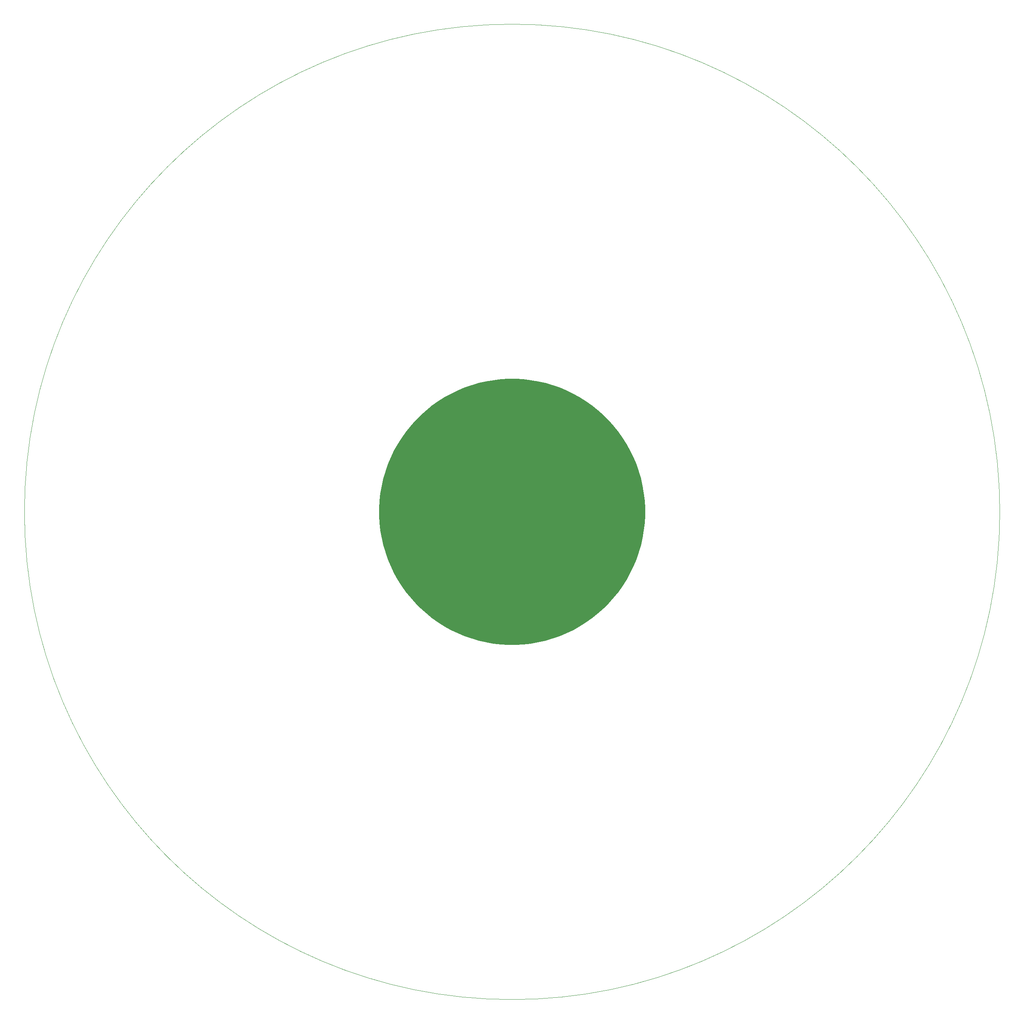
<source format=gbr>
%TF.GenerationSoftware,Altium Limited,Altium Designer,20.2.3 (150)*%
G04 Layer_Color=0*
%FSLAX45Y45*%
%MOMM*%
%TF.SameCoordinates,D065702F-5D7C-4ECE-B493-19553C93D9E3*%
%TF.FilePolarity,Positive*%
%TF.FileFunction,Profile,NP*%
%TF.Part,Single*%
G01*
G75*
%TA.AperFunction,Profile*%
%ADD98C,0.02540*%
G36*
X11000000Y8000000D02*
X10915828D01*
X10747749Y8009439D01*
X10580464Y8028287D01*
X10414499Y8056486D01*
X10250376Y8093946D01*
X10088611Y8140550D01*
X9929714Y8196150D01*
X9774185Y8260573D01*
X9622512Y8333614D01*
X9475174Y8415045D01*
X9332633Y8504609D01*
X9195339Y8602025D01*
X9063722Y8706986D01*
X8938198Y8819161D01*
X8819161Y8938198D01*
X8706986Y9063722D01*
X8602025Y9195339D01*
X8504609Y9332633D01*
X8415045Y9475174D01*
X8333614Y9622512D01*
X8260573Y9774185D01*
X8196150Y9929714D01*
X8140550Y10088611D01*
X8093946Y10250376D01*
X8056486Y10414499D01*
X8028287Y10580464D01*
X8009439Y10747749D01*
X8000000Y10915828D01*
Y11000000D01*
Y11084172D01*
X8009439Y11252251D01*
X8028287Y11419536D01*
X8056486Y11585501D01*
X8093946Y11749624D01*
X8140550Y11911389D01*
X8196150Y12070286D01*
X8260573Y12225815D01*
X8333614Y12377488D01*
X8415045Y12524826D01*
X8504609Y12667367D01*
X8602025Y12804662D01*
X8706986Y12936278D01*
X8819161Y13061803D01*
X8938198Y13180840D01*
X9063722Y13293015D01*
X9195339Y13397975D01*
X9332633Y13495390D01*
X9475174Y13584955D01*
X9622512Y13666386D01*
X9774185Y13739427D01*
X9929714Y13803850D01*
X10088611Y13859450D01*
X10250376Y13906055D01*
X10414499Y13943513D01*
X10580464Y13971712D01*
X10747749Y13990561D01*
X10915828Y14000000D01*
X11000000D01*
X11084172D01*
X11252251Y13990561D01*
X11419536Y13971712D01*
X11585501Y13943513D01*
X11749624Y13906055D01*
X11911389Y13859450D01*
X12070286Y13803850D01*
X12225815Y13739427D01*
X12377488Y13666386D01*
X12524826Y13584955D01*
X12667367Y13495390D01*
X12804662Y13397975D01*
X12936278Y13293015D01*
X13061803Y13180840D01*
X13180840Y13061803D01*
X13293015Y12936278D01*
X13397975Y12804662D01*
X13495390Y12667367D01*
X13584955Y12524826D01*
X13666386Y12377488D01*
X13739427Y12225815D01*
X13803850Y12070286D01*
X13859450Y11911389D01*
X13906055Y11749624D01*
X13943513Y11585501D01*
X13971712Y11419536D01*
X13990561Y11252251D01*
X14000000Y11084172D01*
Y11000000D01*
Y10915828D01*
X13990561Y10747749D01*
X13971712Y10580464D01*
X13943513Y10414499D01*
X13906055Y10250376D01*
X13859450Y10088611D01*
X13803850Y9929714D01*
X13739427Y9774185D01*
X13666386Y9622512D01*
X13584955Y9475174D01*
X13495390Y9332633D01*
X13397975Y9195339D01*
X13293015Y9063722D01*
X13180840Y8938198D01*
X13061803Y8819161D01*
X12936278Y8706986D01*
X12804662Y8602025D01*
X12667367Y8504609D01*
X12524826Y8415045D01*
X12377488Y8333614D01*
X12225815Y8260573D01*
X12070286Y8196150D01*
X11911389Y8140550D01*
X11749624Y8093946D01*
X11585501Y8056486D01*
X11419536Y8028287D01*
X11252251Y8009439D01*
X11084172Y8000000D01*
X11000000D01*
D01*
D02*
G37*
D98*
Y0D02*
G02*
X0Y11000000I0J11000000D01*
G01*
D02*
G02*
X11000000Y22000000I11000000J0D01*
G01*
D02*
G02*
X22000000Y11000000I0J-11000000D01*
G01*
D02*
G02*
X11000000Y0I-11000000J0D01*
G01*
%TF.MD5,6c7e51513228515687c61b1f9b3ff04b*%
M02*

</source>
